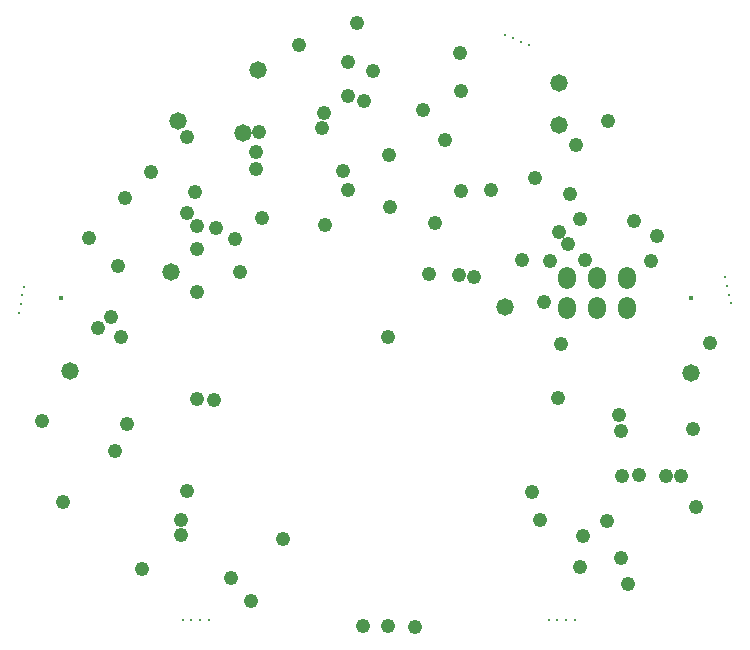
<source format=gbs>
%FSLAX25Y25*%
%MOIN*%
G70*
G01*
G75*
G04 Layer_Color=16711935*
%ADD10R,0.04331X0.33858*%
%ADD11R,0.05906X0.33858*%
G04:AMPARAMS|DCode=12|XSize=118.11mil|YSize=39.37mil|CornerRadius=0mil|HoleSize=0mil|Usage=FLASHONLY|Rotation=210.000|XOffset=0mil|YOffset=0mil|HoleType=Round|Shape=Rectangle|*
%AMROTATEDRECTD12*
4,1,4,0.04130,0.04658,0.06099,0.01248,-0.04130,-0.04658,-0.06099,-0.01248,0.04130,0.04658,0.0*
%
%ADD12ROTATEDRECTD12*%

G04:AMPARAMS|DCode=13|XSize=39.37mil|YSize=15.75mil|CornerRadius=0mil|HoleSize=0mil|Usage=FLASHONLY|Rotation=315.000|XOffset=0mil|YOffset=0mil|HoleType=Round|Shape=Rectangle|*
%AMROTATEDRECTD13*
4,1,4,-0.01949,0.00835,-0.00835,0.01949,0.01949,-0.00835,0.00835,-0.01949,-0.01949,0.00835,0.0*
%
%ADD13ROTATEDRECTD13*%

G04:AMPARAMS|DCode=14|XSize=39.37mil|YSize=15.75mil|CornerRadius=0mil|HoleSize=0mil|Usage=FLASHONLY|Rotation=225.000|XOffset=0mil|YOffset=0mil|HoleType=Round|Shape=Rectangle|*
%AMROTATEDRECTD14*
4,1,4,0.00835,0.01949,0.01949,0.00835,-0.00835,-0.01949,-0.01949,-0.00835,0.00835,0.01949,0.0*
%
%ADD14ROTATEDRECTD14*%

%ADD15R,0.02362X0.01575*%
%ADD16R,0.25590X0.23622*%
%ADD17C,0.78740*%
%ADD18R,0.02362X0.03543*%
%ADD19R,0.03543X0.02362*%
%ADD20R,0.07874X0.03937*%
%ADD21R,0.35433X0.13386*%
G04:AMPARAMS|DCode=22|XSize=23.62mil|YSize=35.43mil|CornerRadius=0mil|HoleSize=0mil|Usage=FLASHONLY|Rotation=176.000|XOffset=0mil|YOffset=0mil|HoleType=Round|Shape=Rectangle|*
%AMROTATEDRECTD22*
4,1,4,0.01302,0.01685,0.01055,-0.01850,-0.01302,-0.01685,-0.01055,0.01850,0.01302,0.01685,0.0*
%
%ADD22ROTATEDRECTD22*%

G04:AMPARAMS|DCode=23|XSize=23.62mil|YSize=35.43mil|CornerRadius=0mil|HoleSize=0mil|Usage=FLASHONLY|Rotation=135.000|XOffset=0mil|YOffset=0mil|HoleType=Round|Shape=Rectangle|*
%AMROTATEDRECTD23*
4,1,4,0.02088,0.00418,-0.00418,-0.02088,-0.02088,-0.00418,0.00418,0.02088,0.02088,0.00418,0.0*
%
%ADD23ROTATEDRECTD23*%

G04:AMPARAMS|DCode=24|XSize=23.62mil|YSize=35.43mil|CornerRadius=0mil|HoleSize=0mil|Usage=FLASHONLY|Rotation=4.000|XOffset=0mil|YOffset=0mil|HoleType=Round|Shape=Rectangle|*
%AMROTATEDRECTD24*
4,1,4,-0.01055,-0.01850,-0.01302,0.01685,0.01055,0.01850,0.01302,-0.01685,-0.01055,-0.01850,0.0*
%
%ADD24ROTATEDRECTD24*%

%ADD25R,0.03937X0.03937*%
%ADD26P,0.05568X4X379.0*%
%ADD27P,0.05568X4X65.0*%
%ADD28R,0.05512X0.04724*%
%ADD29R,0.03150X0.02165*%
G04:AMPARAMS|DCode=30|XSize=23.62mil|YSize=61.02mil|CornerRadius=0mil|HoleSize=0mil|Usage=FLASHONLY|Rotation=25.000|XOffset=0mil|YOffset=0mil|HoleType=Round|Shape=Rectangle|*
%AMROTATEDRECTD30*
4,1,4,0.00219,-0.03265,-0.02360,0.02266,-0.00219,0.03265,0.02360,-0.02266,0.00219,-0.03265,0.0*
%
%ADD30ROTATEDRECTD30*%

%ADD31R,0.00984X0.03347*%
%ADD32R,0.09370X0.06496*%
%ADD33R,0.03150X0.03150*%
%ADD34R,0.02756X0.03937*%
%ADD35R,0.03937X0.03937*%
%ADD36P,0.05568X4X109.0*%
%ADD37P,0.05568X4X335.0*%
%ADD38C,0.02000*%
%ADD39C,0.01200*%
%ADD40C,0.01000*%
%ADD41C,0.01800*%
%ADD42C,0.01500*%
%ADD43O,0.05118X0.06693*%
%ADD44R,0.00394X0.00394*%
%ADD45C,0.04000*%
%ADD46C,0.05000*%
%ADD47C,0.00500*%
%ADD48C,0.01969*%
%ADD49C,0.01181*%
%ADD50C,0.00394*%
%ADD51C,0.00600*%
%ADD52R,0.05131X0.34658*%
%ADD53R,0.06706X0.34658*%
G04:AMPARAMS|DCode=54|XSize=126.11mil|YSize=47.37mil|CornerRadius=0mil|HoleSize=0mil|Usage=FLASHONLY|Rotation=210.000|XOffset=0mil|YOffset=0mil|HoleType=Round|Shape=Rectangle|*
%AMROTATEDRECTD54*
4,1,4,0.04277,0.05204,0.06645,0.01102,-0.04277,-0.05204,-0.06645,-0.01102,0.04277,0.05204,0.0*
%
%ADD54ROTATEDRECTD54*%

G04:AMPARAMS|DCode=55|XSize=47.37mil|YSize=23.75mil|CornerRadius=0mil|HoleSize=0mil|Usage=FLASHONLY|Rotation=315.000|XOffset=0mil|YOffset=0mil|HoleType=Round|Shape=Rectangle|*
%AMROTATEDRECTD55*
4,1,4,-0.02514,0.00835,-0.00835,0.02514,0.02514,-0.00835,0.00835,-0.02514,-0.02514,0.00835,0.0*
%
%ADD55ROTATEDRECTD55*%

G04:AMPARAMS|DCode=56|XSize=47.37mil|YSize=23.75mil|CornerRadius=0mil|HoleSize=0mil|Usage=FLASHONLY|Rotation=225.000|XOffset=0mil|YOffset=0mil|HoleType=Round|Shape=Rectangle|*
%AMROTATEDRECTD56*
4,1,4,0.00835,0.02514,0.02514,0.00835,-0.00835,-0.02514,-0.02514,-0.00835,0.00835,0.02514,0.0*
%
%ADD56ROTATEDRECTD56*%

%ADD57R,0.03162X0.02375*%
%ADD58R,0.26391X0.24422*%
%ADD59C,0.79540*%
%ADD60R,0.03162X0.04343*%
%ADD61R,0.04343X0.03162*%
%ADD62R,0.08674X0.04737*%
%ADD63R,0.36233X0.14186*%
G04:AMPARAMS|DCode=64|XSize=31.62mil|YSize=43.43mil|CornerRadius=0mil|HoleSize=0mil|Usage=FLASHONLY|Rotation=176.000|XOffset=0mil|YOffset=0mil|HoleType=Round|Shape=Rectangle|*
%AMROTATEDRECTD64*
4,1,4,0.01729,0.02056,0.01426,-0.02277,-0.01729,-0.02056,-0.01426,0.02277,0.01729,0.02056,0.0*
%
%ADD64ROTATEDRECTD64*%

G04:AMPARAMS|DCode=65|XSize=31.62mil|YSize=43.43mil|CornerRadius=0mil|HoleSize=0mil|Usage=FLASHONLY|Rotation=135.000|XOffset=0mil|YOffset=0mil|HoleType=Round|Shape=Rectangle|*
%AMROTATEDRECTD65*
4,1,4,0.02654,0.00418,-0.00418,-0.02654,-0.02654,-0.00418,0.00418,0.02654,0.02654,0.00418,0.0*
%
%ADD65ROTATEDRECTD65*%

G04:AMPARAMS|DCode=66|XSize=31.62mil|YSize=43.43mil|CornerRadius=0mil|HoleSize=0mil|Usage=FLASHONLY|Rotation=4.000|XOffset=0mil|YOffset=0mil|HoleType=Round|Shape=Rectangle|*
%AMROTATEDRECTD66*
4,1,4,-0.01426,-0.02277,-0.01729,0.02056,0.01426,0.02277,0.01729,-0.02056,-0.01426,-0.02277,0.0*
%
%ADD66ROTATEDRECTD66*%

%ADD67R,0.04737X0.04737*%
%ADD68P,0.06699X4X379.0*%
%ADD69P,0.06699X4X65.0*%
%ADD70R,0.06312X0.05524*%
%ADD71R,0.03950X0.02965*%
G04:AMPARAMS|DCode=72|XSize=31.62mil|YSize=69.02mil|CornerRadius=0mil|HoleSize=0mil|Usage=FLASHONLY|Rotation=25.000|XOffset=0mil|YOffset=0mil|HoleType=Round|Shape=Rectangle|*
%AMROTATEDRECTD72*
4,1,4,0.00026,-0.03796,-0.02892,0.02460,-0.00026,0.03796,0.02892,-0.02460,0.00026,-0.03796,0.0*
%
%ADD72ROTATEDRECTD72*%

%ADD73R,0.01784X0.04147*%
%ADD74R,0.10170X0.07296*%
%ADD75R,0.03950X0.03950*%
%ADD76R,0.03556X0.04737*%
%ADD77R,0.04737X0.04737*%
%ADD78P,0.06699X4X109.0*%
%ADD79P,0.06699X4X335.0*%
%ADD80O,0.05918X0.07493*%
%ADD81C,0.00800*%
%ADD82R,0.01194X0.01194*%
%ADD83C,0.04800*%
%ADD84C,0.05800*%
G54D80*
X463600Y261500D02*
D03*
X473600D02*
D03*
X483600Y261500D02*
D03*
X483600Y271500D02*
D03*
X473600D02*
D03*
X463600D02*
D03*
G54D81*
X335700Y157500D02*
D03*
X338500D02*
D03*
X341500D02*
D03*
X344500D02*
D03*
X466376Y157503D02*
D03*
X463376D02*
D03*
X460376D02*
D03*
X457576D02*
D03*
X516352Y271764D02*
D03*
X517027Y268841D02*
D03*
X517701Y265918D02*
D03*
X518331Y263190D02*
D03*
X442996Y352605D02*
D03*
X445758Y351433D02*
D03*
X448519Y350260D02*
D03*
X451097Y349166D02*
D03*
X281085Y259973D02*
D03*
X281657Y262918D02*
D03*
X282230Y265863D02*
D03*
X282764Y268612D02*
D03*
G54D82*
X505200Y264800D02*
D03*
X295000D02*
D03*
G54D83*
X438300Y300900D02*
D03*
X428430Y300497D02*
D03*
X452900Y304800D02*
D03*
X415800Y327400D02*
D03*
X448800Y277700D02*
D03*
X428300Y333800D02*
D03*
X393600Y356600D02*
D03*
X399200Y340700D02*
D03*
X396000Y330600D02*
D03*
X316426Y298112D02*
D03*
X353100Y284600D02*
D03*
X461100Y287000D02*
D03*
X427600Y272500D02*
D03*
X481100Y225900D02*
D03*
X432700Y271800D02*
D03*
X505600Y221100D02*
D03*
X307300Y255000D02*
D03*
X311600Y258600D02*
D03*
X487600Y205800D02*
D03*
X340300Y231100D02*
D03*
X346200Y230900D02*
D03*
X501600Y205400D02*
D03*
X460700Y231700D02*
D03*
X461800Y249600D02*
D03*
X395800Y155600D02*
D03*
X404100Y155400D02*
D03*
X412900Y155100D02*
D03*
X313100Y214000D02*
D03*
X335000Y190900D02*
D03*
X361100Y320200D02*
D03*
X481800Y220500D02*
D03*
X417800Y272891D02*
D03*
X340500Y266900D02*
D03*
X419600Y289800D02*
D03*
X423000Y317600D02*
D03*
X466600Y315800D02*
D03*
X374500Y349100D02*
D03*
X390600Y332100D02*
D03*
X382800Y326500D02*
D03*
X339800Y300100D02*
D03*
X336900Y318600D02*
D03*
X382100Y321500D02*
D03*
X337205Y200495D02*
D03*
X404700Y295200D02*
D03*
X428000Y346400D02*
D03*
X404500Y312700D02*
D03*
X456000Y263596D02*
D03*
X361900Y291700D02*
D03*
X337100Y293100D02*
D03*
X383200Y289300D02*
D03*
X354700Y273600D02*
D03*
X464200Y282900D02*
D03*
X469600Y277500D02*
D03*
X295700Y196900D02*
D03*
X288600Y223900D02*
D03*
X317100Y223000D02*
D03*
X315000Y251800D02*
D03*
X359900Y313400D02*
D03*
Y308000D02*
D03*
X457900Y277300D02*
D03*
X452100Y200300D02*
D03*
X390700Y300900D02*
D03*
X390800Y343500D02*
D03*
X388900Y307300D02*
D03*
X346600Y288100D02*
D03*
X340500Y288900D02*
D03*
X340400Y281100D02*
D03*
X468000Y291300D02*
D03*
X477300Y323800D02*
D03*
X464600Y299500D02*
D03*
X486000Y290500D02*
D03*
X493600Y285700D02*
D03*
X325100Y306800D02*
D03*
X304354Y285000D02*
D03*
X314000Y275700D02*
D03*
X322200Y174700D02*
D03*
X351600Y171400D02*
D03*
X358400Y163900D02*
D03*
X369100Y184500D02*
D03*
X335100Y186000D02*
D03*
X454800Y190800D02*
D03*
X481900Y205400D02*
D03*
X496700D02*
D03*
X481800Y178100D02*
D03*
X506600Y195200D02*
D03*
X477200Y190500D02*
D03*
X468200Y175100D02*
D03*
X469000Y185700D02*
D03*
X484200Y169500D02*
D03*
X404000Y251900D02*
D03*
X491700Y277300D02*
D03*
X511500Y249800D02*
D03*
G54D84*
X461200Y322500D02*
D03*
X355600Y319900D02*
D03*
X360600Y341000D02*
D03*
X460900Y336400D02*
D03*
X298200Y240400D02*
D03*
X442900Y261800D02*
D03*
X505000Y240000D02*
D03*
X331600Y273600D02*
D03*
X334200Y324000D02*
D03*
M02*

</source>
